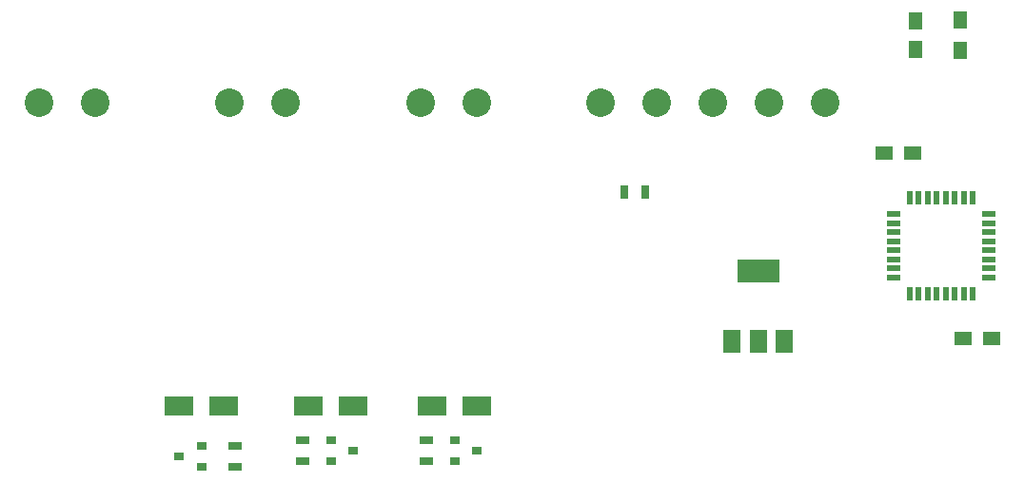
<source format=gtp>
G04 #@! TF.FileFunction,Paste,Top*
%FSLAX46Y46*%
G04 Gerber Fmt 4.6, Leading zero omitted, Abs format (unit mm)*
G04 Created by KiCad (PCBNEW 4.0.7-e2-6376~58~ubuntu16.04.1) date Mon Nov  6 20:09:01 2017*
%MOMM*%
%LPD*%
G01*
G04 APERTURE LIST*
%ADD10C,0.100000*%
%ADD11R,1.200000X0.600000*%
%ADD12R,0.600000X1.200000*%
%ADD13R,1.250000X1.500000*%
%ADD14R,1.500000X1.250000*%
%ADD15R,2.500000X1.800000*%
%ADD16R,0.900000X0.800000*%
%ADD17R,1.300000X1.500000*%
%ADD18R,1.300000X0.700000*%
%ADD19C,2.540000*%
%ADD20R,3.800000X2.000000*%
%ADD21R,1.500000X2.000000*%
%ADD22R,0.700000X1.300000*%
G04 APERTURE END LIST*
D10*
D11*
X174050000Y-84450000D03*
X174050000Y-85250000D03*
X174050000Y-86050000D03*
X174050000Y-86850000D03*
X174050000Y-87650000D03*
X174050000Y-88450000D03*
X174050000Y-89250000D03*
X174050000Y-90050000D03*
D12*
X175500000Y-91500000D03*
X176300000Y-91500000D03*
X177100000Y-91500000D03*
X177900000Y-91500000D03*
X178700000Y-91500000D03*
X179500000Y-91500000D03*
X180300000Y-91500000D03*
X181100000Y-91500000D03*
D11*
X182550000Y-90050000D03*
X182550000Y-89250000D03*
X182550000Y-88450000D03*
X182550000Y-87650000D03*
X182550000Y-86850000D03*
X182550000Y-86050000D03*
X182550000Y-85250000D03*
X182550000Y-84450000D03*
D12*
X181100000Y-83000000D03*
X180300000Y-83000000D03*
X179500000Y-83000000D03*
X178700000Y-83000000D03*
X177900000Y-83000000D03*
X177100000Y-83000000D03*
X176300000Y-83000000D03*
X175500000Y-83000000D03*
D13*
X176000000Y-69750000D03*
X176000000Y-67250000D03*
D14*
X182750000Y-95500000D03*
X180250000Y-95500000D03*
X173250000Y-79000000D03*
X175750000Y-79000000D03*
D15*
X122000000Y-101500000D03*
X126000000Y-101500000D03*
X114500000Y-101500000D03*
X110500000Y-101500000D03*
X133000000Y-101500000D03*
X137000000Y-101500000D03*
D16*
X124000000Y-104550000D03*
X124000000Y-106450000D03*
X126000000Y-105500000D03*
X112500000Y-106950000D03*
X112500000Y-105050000D03*
X110500000Y-106000000D03*
X135000000Y-104550000D03*
X135000000Y-106450000D03*
X137000000Y-105500000D03*
D17*
X180000000Y-69850000D03*
X180000000Y-67150000D03*
D18*
X115500000Y-105050000D03*
X115500000Y-106950000D03*
X132500000Y-106450000D03*
X132500000Y-104550000D03*
D19*
X167999980Y-74500000D03*
X163001260Y-74500000D03*
X158000000Y-74500000D03*
X152998720Y-74500000D03*
X148000000Y-74500000D03*
X119998720Y-74500000D03*
X115000000Y-74500000D03*
X103000000Y-74500000D03*
X98001280Y-74500000D03*
X136998720Y-74500000D03*
X132000000Y-74500000D03*
D20*
X162000000Y-89500000D03*
D21*
X162000000Y-95800000D03*
X164300000Y-95800000D03*
X159700000Y-95800000D03*
D22*
X150100000Y-82500000D03*
X152000000Y-82500000D03*
D18*
X121500000Y-106450000D03*
X121500000Y-104550000D03*
M02*

</source>
